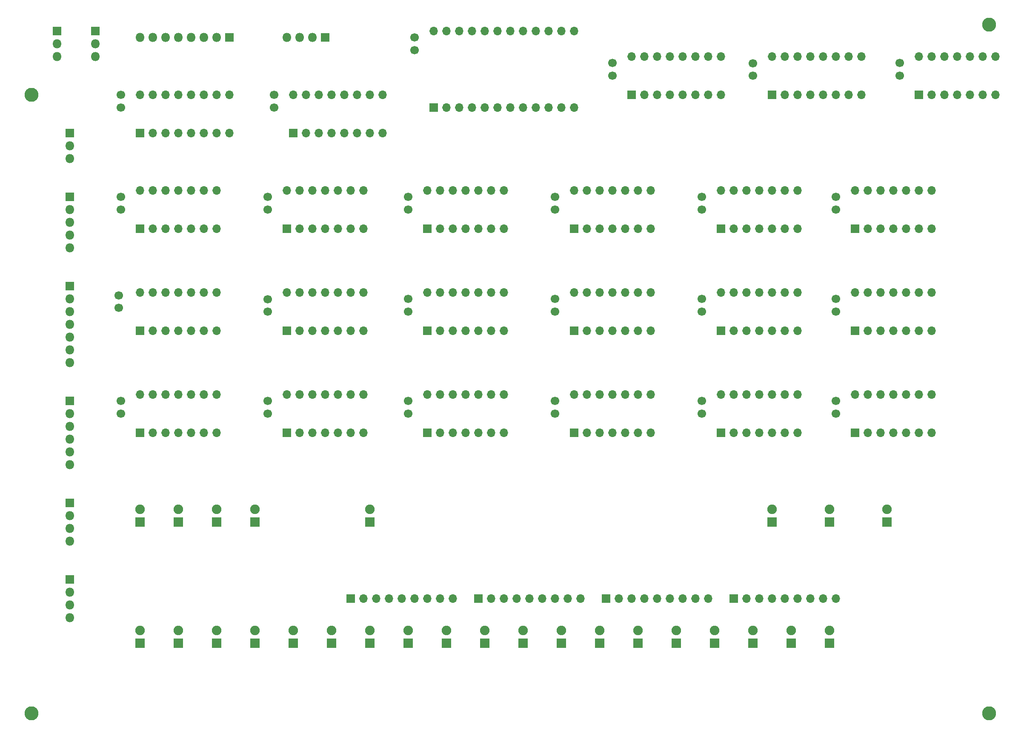
<source format=gbr>
%TF.GenerationSoftware,KiCad,Pcbnew,5.1.6-c6e7f7d~87~ubuntu16.04.1*%
%TF.CreationDate,2022-03-08T12:51:21-05:00*%
%TF.ProjectId,riscy_control,72697363-795f-4636-9f6e-74726f6c2e6b,rev?*%
%TF.SameCoordinates,Original*%
%TF.FileFunction,Soldermask,Bot*%
%TF.FilePolarity,Negative*%
%FSLAX46Y46*%
G04 Gerber Fmt 4.6, Leading zero omitted, Abs format (unit mm)*
G04 Created by KiCad (PCBNEW 5.1.6-c6e7f7d~87~ubuntu16.04.1) date 2022-03-08 12:51:21*
%MOMM*%
%LPD*%
G01*
G04 APERTURE LIST*
%ADD10O,1.800000X1.800000*%
%ADD11R,1.800000X1.800000*%
%ADD12O,1.700000X1.700000*%
%ADD13R,1.700000X1.700000*%
%ADD14C,2.800000*%
%ADD15C,1.900000*%
%ADD16R,1.900000X1.900000*%
%ADD17C,1.700000*%
G04 APERTURE END LIST*
D10*
%TO.C,J9*%
X11430000Y-106680000D03*
X11430000Y-104140000D03*
X11430000Y-101600000D03*
D11*
X11430000Y-99060000D03*
%TD*%
D12*
%TO.C,U2*%
X83820000Y-5080000D03*
X111760000Y-20320000D03*
X86360000Y-5080000D03*
X109220000Y-20320000D03*
X88900000Y-5080000D03*
X106680000Y-20320000D03*
X91440000Y-5080000D03*
X104140000Y-20320000D03*
X93980000Y-5080000D03*
X101600000Y-20320000D03*
X96520000Y-5080000D03*
X99060000Y-20320000D03*
X99060000Y-5080000D03*
X96520000Y-20320000D03*
X101600000Y-5080000D03*
X93980000Y-20320000D03*
X104140000Y-5080000D03*
X91440000Y-20320000D03*
X106680000Y-5080000D03*
X88900000Y-20320000D03*
X109220000Y-5080000D03*
X86360000Y-20320000D03*
X111760000Y-5080000D03*
D13*
X83820000Y-20320000D03*
%TD*%
D14*
%TO.C,REF4*%
X3810000Y-17780000D03*
%TD*%
%TO.C,REF3*%
X3810000Y-140970000D03*
%TD*%
%TO.C,REF2*%
X194310000Y-140970000D03*
%TD*%
%TO.C,REF1*%
X194310000Y-3810000D03*
%TD*%
D12*
%TO.C,U24*%
X55880000Y-17780000D03*
X73660000Y-25400000D03*
X58420000Y-17780000D03*
X71120000Y-25400000D03*
X60960000Y-17780000D03*
X68580000Y-25400000D03*
X63500000Y-17780000D03*
X66040000Y-25400000D03*
X66040000Y-17780000D03*
X63500000Y-25400000D03*
X68580000Y-17780000D03*
X60960000Y-25400000D03*
X71120000Y-17780000D03*
X58420000Y-25400000D03*
X73660000Y-17780000D03*
D13*
X55880000Y-25400000D03*
%TD*%
D12*
%TO.C,U23*%
X167640000Y-77470000D03*
X182880000Y-85090000D03*
X170180000Y-77470000D03*
X180340000Y-85090000D03*
X172720000Y-77470000D03*
X177800000Y-85090000D03*
X175260000Y-77470000D03*
X175260000Y-85090000D03*
X177800000Y-77470000D03*
X172720000Y-85090000D03*
X180340000Y-77470000D03*
X170180000Y-85090000D03*
X182880000Y-77470000D03*
D13*
X167640000Y-85090000D03*
%TD*%
D12*
%TO.C,U22*%
X140970000Y-77470000D03*
X156210000Y-85090000D03*
X143510000Y-77470000D03*
X153670000Y-85090000D03*
X146050000Y-77470000D03*
X151130000Y-85090000D03*
X148590000Y-77470000D03*
X148590000Y-85090000D03*
X151130000Y-77470000D03*
X146050000Y-85090000D03*
X153670000Y-77470000D03*
X143510000Y-85090000D03*
X156210000Y-77470000D03*
D13*
X140970000Y-85090000D03*
%TD*%
D12*
%TO.C,U21*%
X111760000Y-77470000D03*
X127000000Y-85090000D03*
X114300000Y-77470000D03*
X124460000Y-85090000D03*
X116840000Y-77470000D03*
X121920000Y-85090000D03*
X119380000Y-77470000D03*
X119380000Y-85090000D03*
X121920000Y-77470000D03*
X116840000Y-85090000D03*
X124460000Y-77470000D03*
X114300000Y-85090000D03*
X127000000Y-77470000D03*
D13*
X111760000Y-85090000D03*
%TD*%
D12*
%TO.C,U20*%
X82550000Y-77470000D03*
X97790000Y-85090000D03*
X85090000Y-77470000D03*
X95250000Y-85090000D03*
X87630000Y-77470000D03*
X92710000Y-85090000D03*
X90170000Y-77470000D03*
X90170000Y-85090000D03*
X92710000Y-77470000D03*
X87630000Y-85090000D03*
X95250000Y-77470000D03*
X85090000Y-85090000D03*
X97790000Y-77470000D03*
D13*
X82550000Y-85090000D03*
%TD*%
D12*
%TO.C,U19*%
X54610000Y-77470000D03*
X69850000Y-85090000D03*
X57150000Y-77470000D03*
X67310000Y-85090000D03*
X59690000Y-77470000D03*
X64770000Y-85090000D03*
X62230000Y-77470000D03*
X62230000Y-85090000D03*
X64770000Y-77470000D03*
X59690000Y-85090000D03*
X67310000Y-77470000D03*
X57150000Y-85090000D03*
X69850000Y-77470000D03*
D13*
X54610000Y-85090000D03*
%TD*%
D12*
%TO.C,U18*%
X25400000Y-77470000D03*
X40640000Y-85090000D03*
X27940000Y-77470000D03*
X38100000Y-85090000D03*
X30480000Y-77470000D03*
X35560000Y-85090000D03*
X33020000Y-77470000D03*
X33020000Y-85090000D03*
X35560000Y-77470000D03*
X30480000Y-85090000D03*
X38100000Y-77470000D03*
X27940000Y-85090000D03*
X40640000Y-77470000D03*
D13*
X25400000Y-85090000D03*
%TD*%
D12*
%TO.C,U17*%
X167640000Y-57150000D03*
X182880000Y-64770000D03*
X170180000Y-57150000D03*
X180340000Y-64770000D03*
X172720000Y-57150000D03*
X177800000Y-64770000D03*
X175260000Y-57150000D03*
X175260000Y-64770000D03*
X177800000Y-57150000D03*
X172720000Y-64770000D03*
X180340000Y-57150000D03*
X170180000Y-64770000D03*
X182880000Y-57150000D03*
D13*
X167640000Y-64770000D03*
%TD*%
D12*
%TO.C,U16*%
X140970000Y-57150000D03*
X156210000Y-64770000D03*
X143510000Y-57150000D03*
X153670000Y-64770000D03*
X146050000Y-57150000D03*
X151130000Y-64770000D03*
X148590000Y-57150000D03*
X148590000Y-64770000D03*
X151130000Y-57150000D03*
X146050000Y-64770000D03*
X153670000Y-57150000D03*
X143510000Y-64770000D03*
X156210000Y-57150000D03*
D13*
X140970000Y-64770000D03*
%TD*%
D12*
%TO.C,U15*%
X111760000Y-57150000D03*
X127000000Y-64770000D03*
X114300000Y-57150000D03*
X124460000Y-64770000D03*
X116840000Y-57150000D03*
X121920000Y-64770000D03*
X119380000Y-57150000D03*
X119380000Y-64770000D03*
X121920000Y-57150000D03*
X116840000Y-64770000D03*
X124460000Y-57150000D03*
X114300000Y-64770000D03*
X127000000Y-57150000D03*
D13*
X111760000Y-64770000D03*
%TD*%
D12*
%TO.C,U14*%
X82550000Y-57150000D03*
X97790000Y-64770000D03*
X85090000Y-57150000D03*
X95250000Y-64770000D03*
X87630000Y-57150000D03*
X92710000Y-64770000D03*
X90170000Y-57150000D03*
X90170000Y-64770000D03*
X92710000Y-57150000D03*
X87630000Y-64770000D03*
X95250000Y-57150000D03*
X85090000Y-64770000D03*
X97790000Y-57150000D03*
D13*
X82550000Y-64770000D03*
%TD*%
D12*
%TO.C,U13*%
X54610000Y-57150000D03*
X69850000Y-64770000D03*
X57150000Y-57150000D03*
X67310000Y-64770000D03*
X59690000Y-57150000D03*
X64770000Y-64770000D03*
X62230000Y-57150000D03*
X62230000Y-64770000D03*
X64770000Y-57150000D03*
X59690000Y-64770000D03*
X67310000Y-57150000D03*
X57150000Y-64770000D03*
X69850000Y-57150000D03*
D13*
X54610000Y-64770000D03*
%TD*%
D12*
%TO.C,U12*%
X25400000Y-57150000D03*
X40640000Y-64770000D03*
X27940000Y-57150000D03*
X38100000Y-64770000D03*
X30480000Y-57150000D03*
X35560000Y-64770000D03*
X33020000Y-57150000D03*
X33020000Y-64770000D03*
X35560000Y-57150000D03*
X30480000Y-64770000D03*
X38100000Y-57150000D03*
X27940000Y-64770000D03*
X40640000Y-57150000D03*
D13*
X25400000Y-64770000D03*
%TD*%
D12*
%TO.C,U11*%
X167640000Y-36830000D03*
X182880000Y-44450000D03*
X170180000Y-36830000D03*
X180340000Y-44450000D03*
X172720000Y-36830000D03*
X177800000Y-44450000D03*
X175260000Y-36830000D03*
X175260000Y-44450000D03*
X177800000Y-36830000D03*
X172720000Y-44450000D03*
X180340000Y-36830000D03*
X170180000Y-44450000D03*
X182880000Y-36830000D03*
D13*
X167640000Y-44450000D03*
%TD*%
%TO.C,U10*%
X54610000Y-44450000D03*
D12*
X69850000Y-36830000D03*
X57150000Y-44450000D03*
X67310000Y-36830000D03*
X59690000Y-44450000D03*
X64770000Y-36830000D03*
X62230000Y-44450000D03*
X62230000Y-36830000D03*
X64770000Y-44450000D03*
X59690000Y-36830000D03*
X67310000Y-44450000D03*
X57150000Y-36830000D03*
X69850000Y-44450000D03*
X54610000Y-36830000D03*
%TD*%
D13*
%TO.C,U9*%
X140970000Y-44450000D03*
D12*
X156210000Y-36830000D03*
X143510000Y-44450000D03*
X153670000Y-36830000D03*
X146050000Y-44450000D03*
X151130000Y-36830000D03*
X148590000Y-44450000D03*
X148590000Y-36830000D03*
X151130000Y-44450000D03*
X146050000Y-36830000D03*
X153670000Y-44450000D03*
X143510000Y-36830000D03*
X156210000Y-44450000D03*
X140970000Y-36830000D03*
%TD*%
D13*
%TO.C,U8*%
X111760000Y-44450000D03*
D12*
X127000000Y-36830000D03*
X114300000Y-44450000D03*
X124460000Y-36830000D03*
X116840000Y-44450000D03*
X121920000Y-36830000D03*
X119380000Y-44450000D03*
X119380000Y-36830000D03*
X121920000Y-44450000D03*
X116840000Y-36830000D03*
X124460000Y-44450000D03*
X114300000Y-36830000D03*
X127000000Y-44450000D03*
X111760000Y-36830000D03*
%TD*%
D13*
%TO.C,U7*%
X82550000Y-44450000D03*
D12*
X97790000Y-36830000D03*
X85090000Y-44450000D03*
X95250000Y-36830000D03*
X87630000Y-44450000D03*
X92710000Y-36830000D03*
X90170000Y-44450000D03*
X90170000Y-36830000D03*
X92710000Y-44450000D03*
X87630000Y-36830000D03*
X95250000Y-44450000D03*
X85090000Y-36830000D03*
X97790000Y-44450000D03*
X82550000Y-36830000D03*
%TD*%
%TO.C,U6*%
X25400000Y-36830000D03*
X40640000Y-44450000D03*
X27940000Y-36830000D03*
X38100000Y-44450000D03*
X30480000Y-36830000D03*
X35560000Y-44450000D03*
X33020000Y-36830000D03*
X33020000Y-44450000D03*
X35560000Y-36830000D03*
X30480000Y-44450000D03*
X38100000Y-36830000D03*
X27940000Y-44450000D03*
X40640000Y-36830000D03*
D13*
X25400000Y-44450000D03*
%TD*%
D12*
%TO.C,U5*%
X151130000Y-10160000D03*
X168910000Y-17780000D03*
X153670000Y-10160000D03*
X166370000Y-17780000D03*
X156210000Y-10160000D03*
X163830000Y-17780000D03*
X158750000Y-10160000D03*
X161290000Y-17780000D03*
X161290000Y-10160000D03*
X158750000Y-17780000D03*
X163830000Y-10160000D03*
X156210000Y-17780000D03*
X166370000Y-10160000D03*
X153670000Y-17780000D03*
X168910000Y-10160000D03*
D13*
X151130000Y-17780000D03*
%TD*%
D12*
%TO.C,U4*%
X180340000Y-10160000D03*
X195580000Y-17780000D03*
X182880000Y-10160000D03*
X193040000Y-17780000D03*
X185420000Y-10160000D03*
X190500000Y-17780000D03*
X187960000Y-10160000D03*
X187960000Y-17780000D03*
X190500000Y-10160000D03*
X185420000Y-17780000D03*
X193040000Y-10160000D03*
X182880000Y-17780000D03*
X195580000Y-10160000D03*
D13*
X180340000Y-17780000D03*
%TD*%
D12*
%TO.C,U3*%
X123190000Y-10160000D03*
X140970000Y-17780000D03*
X125730000Y-10160000D03*
X138430000Y-17780000D03*
X128270000Y-10160000D03*
X135890000Y-17780000D03*
X130810000Y-10160000D03*
X133350000Y-17780000D03*
X133350000Y-10160000D03*
X130810000Y-17780000D03*
X135890000Y-10160000D03*
X128270000Y-17780000D03*
X138430000Y-10160000D03*
X125730000Y-17780000D03*
X140970000Y-10160000D03*
D13*
X123190000Y-17780000D03*
%TD*%
D12*
%TO.C,U1*%
X25400000Y-17780000D03*
X43180000Y-25400000D03*
X27940000Y-17780000D03*
X40640000Y-25400000D03*
X30480000Y-17780000D03*
X38100000Y-25400000D03*
X33020000Y-17780000D03*
X35560000Y-25400000D03*
X35560000Y-17780000D03*
X33020000Y-25400000D03*
X38100000Y-17780000D03*
X30480000Y-25400000D03*
X40640000Y-17780000D03*
X27940000Y-25400000D03*
X43180000Y-17780000D03*
D13*
X25400000Y-25400000D03*
%TD*%
D12*
%TO.C,RN4*%
X163830000Y-118110000D03*
X161290000Y-118110000D03*
X158750000Y-118110000D03*
X156210000Y-118110000D03*
X153670000Y-118110000D03*
X151130000Y-118110000D03*
X148590000Y-118110000D03*
X146050000Y-118110000D03*
D13*
X143510000Y-118110000D03*
%TD*%
D12*
%TO.C,RN3*%
X138430000Y-118110000D03*
X135890000Y-118110000D03*
X133350000Y-118110000D03*
X130810000Y-118110000D03*
X128270000Y-118110000D03*
X125730000Y-118110000D03*
X123190000Y-118110000D03*
X120650000Y-118110000D03*
D13*
X118110000Y-118110000D03*
%TD*%
D12*
%TO.C,RN2*%
X113030000Y-118110000D03*
X110490000Y-118110000D03*
X107950000Y-118110000D03*
X105410000Y-118110000D03*
X102870000Y-118110000D03*
X100330000Y-118110000D03*
X97790000Y-118110000D03*
X95250000Y-118110000D03*
D13*
X92710000Y-118110000D03*
%TD*%
D12*
%TO.C,RN1*%
X87630000Y-118110000D03*
X85090000Y-118110000D03*
X82550000Y-118110000D03*
X80010000Y-118110000D03*
X77470000Y-118110000D03*
X74930000Y-118110000D03*
X72390000Y-118110000D03*
X69850000Y-118110000D03*
D13*
X67310000Y-118110000D03*
%TD*%
D10*
%TO.C,J10*%
X11430000Y-121920000D03*
X11430000Y-119380000D03*
X11430000Y-116840000D03*
D11*
X11430000Y-114300000D03*
%TD*%
D10*
%TO.C,J8*%
X11430000Y-91440000D03*
X11430000Y-88900000D03*
X11430000Y-86360000D03*
X11430000Y-83820000D03*
X11430000Y-81280000D03*
D11*
X11430000Y-78740000D03*
%TD*%
D10*
%TO.C,J7*%
X11430000Y-71120000D03*
X11430000Y-68580000D03*
X11430000Y-66040000D03*
X11430000Y-63500000D03*
X11430000Y-60960000D03*
X11430000Y-58420000D03*
D11*
X11430000Y-55880000D03*
%TD*%
D10*
%TO.C,J6*%
X11430000Y-48260000D03*
X11430000Y-45720000D03*
X11430000Y-43180000D03*
X11430000Y-40640000D03*
D11*
X11430000Y-38100000D03*
%TD*%
D10*
%TO.C,J5*%
X11430000Y-30480000D03*
X11430000Y-27940000D03*
D11*
X11430000Y-25400000D03*
%TD*%
D10*
%TO.C,J4*%
X54610000Y-6350000D03*
X57150000Y-6350000D03*
X59690000Y-6350000D03*
D11*
X62230000Y-6350000D03*
%TD*%
D10*
%TO.C,J3*%
X25400000Y-6350000D03*
X27940000Y-6350000D03*
X30480000Y-6350000D03*
X33020000Y-6350000D03*
X35560000Y-6350000D03*
X38100000Y-6350000D03*
X40640000Y-6350000D03*
D11*
X43180000Y-6350000D03*
%TD*%
D10*
%TO.C,J2*%
X16510000Y-10160000D03*
X16510000Y-7620000D03*
D11*
X16510000Y-5080000D03*
%TD*%
D10*
%TO.C,J1*%
X8890000Y-10160000D03*
X8890000Y-7620000D03*
D11*
X8890000Y-5080000D03*
%TD*%
D15*
%TO.C,D27*%
X71120000Y-100330000D03*
D16*
X71120000Y-102870000D03*
%TD*%
D15*
%TO.C,D26*%
X173990000Y-100330000D03*
D16*
X173990000Y-102870000D03*
%TD*%
D15*
%TO.C,D25*%
X162560000Y-100330000D03*
D16*
X162560000Y-102870000D03*
%TD*%
D15*
%TO.C,D24*%
X151130000Y-100330000D03*
D16*
X151130000Y-102870000D03*
%TD*%
D15*
%TO.C,D23*%
X162560000Y-124460000D03*
D16*
X162560000Y-127000000D03*
%TD*%
D15*
%TO.C,D22*%
X154940000Y-124460000D03*
D16*
X154940000Y-127000000D03*
%TD*%
D15*
%TO.C,D21*%
X147320000Y-124460000D03*
D16*
X147320000Y-127000000D03*
%TD*%
D15*
%TO.C,D20*%
X139700000Y-124460000D03*
D16*
X139700000Y-127000000D03*
%TD*%
D15*
%TO.C,D19*%
X132080000Y-124460000D03*
D16*
X132080000Y-127000000D03*
%TD*%
D15*
%TO.C,D18*%
X124460000Y-124460000D03*
D16*
X124460000Y-127000000D03*
%TD*%
D15*
%TO.C,D17*%
X116840000Y-124460000D03*
D16*
X116840000Y-127000000D03*
%TD*%
D15*
%TO.C,D16*%
X109220000Y-124460000D03*
D16*
X109220000Y-127000000D03*
%TD*%
D15*
%TO.C,D15*%
X101600000Y-124460000D03*
D16*
X101600000Y-127000000D03*
%TD*%
D15*
%TO.C,D14*%
X93980000Y-124460000D03*
D16*
X93980000Y-127000000D03*
%TD*%
D15*
%TO.C,D13*%
X86360000Y-124460000D03*
D16*
X86360000Y-127000000D03*
%TD*%
D15*
%TO.C,D12*%
X78740000Y-124460000D03*
D16*
X78740000Y-127000000D03*
%TD*%
D15*
%TO.C,D11*%
X71120000Y-124460000D03*
D16*
X71120000Y-127000000D03*
%TD*%
D15*
%TO.C,D10*%
X63500000Y-124460000D03*
D16*
X63500000Y-127000000D03*
%TD*%
D15*
%TO.C,D9*%
X55880000Y-124460000D03*
D16*
X55880000Y-127000000D03*
%TD*%
D15*
%TO.C,D8*%
X48260000Y-124460000D03*
D16*
X48260000Y-127000000D03*
%TD*%
D15*
%TO.C,D7*%
X40640000Y-124460000D03*
D16*
X40640000Y-127000000D03*
%TD*%
D15*
%TO.C,D6*%
X33020000Y-124460000D03*
D16*
X33020000Y-127000000D03*
%TD*%
D15*
%TO.C,D5*%
X25400000Y-124460000D03*
D16*
X25400000Y-127000000D03*
%TD*%
D15*
%TO.C,D4*%
X48260000Y-100330000D03*
D16*
X48260000Y-102870000D03*
%TD*%
D15*
%TO.C,D3*%
X40640000Y-100330000D03*
D16*
X40640000Y-102870000D03*
%TD*%
D15*
%TO.C,D2*%
X33020000Y-100330000D03*
D16*
X33020000Y-102870000D03*
%TD*%
D15*
%TO.C,D1*%
X25400000Y-100330000D03*
D16*
X25400000Y-102870000D03*
%TD*%
D17*
%TO.C,C24*%
X52070000Y-20280000D03*
X52070000Y-17780000D03*
%TD*%
%TO.C,C23*%
X163830000Y-81240000D03*
X163830000Y-78740000D03*
%TD*%
%TO.C,C22*%
X137160000Y-81240000D03*
X137160000Y-78740000D03*
%TD*%
%TO.C,C21*%
X107950000Y-81240000D03*
X107950000Y-78740000D03*
%TD*%
%TO.C,C20*%
X78740000Y-81240000D03*
X78740000Y-78740000D03*
%TD*%
%TO.C,C19*%
X50800000Y-81240000D03*
X50800000Y-78740000D03*
%TD*%
%TO.C,C18*%
X21590000Y-81240000D03*
X21590000Y-78740000D03*
%TD*%
%TO.C,C17*%
X163830000Y-60920000D03*
X163830000Y-58420000D03*
%TD*%
%TO.C,C16*%
X137160000Y-60920000D03*
X137160000Y-58420000D03*
%TD*%
%TO.C,C15*%
X107950000Y-60920000D03*
X107950000Y-58420000D03*
%TD*%
%TO.C,C14*%
X78740000Y-60920000D03*
X78740000Y-58420000D03*
%TD*%
%TO.C,C13*%
X50800000Y-60960000D03*
X50800000Y-58460000D03*
%TD*%
%TO.C,C12*%
X21220000Y-60190000D03*
X21220000Y-57690000D03*
%TD*%
%TO.C,C11*%
X163830000Y-40600000D03*
X163830000Y-38100000D03*
%TD*%
%TO.C,C10*%
X50800000Y-38100000D03*
X50800000Y-40600000D03*
%TD*%
%TO.C,C9*%
X137160000Y-38100000D03*
X137160000Y-40600000D03*
%TD*%
%TO.C,C8*%
X107950000Y-38100000D03*
X107950000Y-40600000D03*
%TD*%
%TO.C,C7*%
X78740000Y-38100000D03*
X78740000Y-40600000D03*
%TD*%
%TO.C,C6*%
X21590000Y-40600000D03*
X21590000Y-38100000D03*
%TD*%
%TO.C,C5*%
X147320000Y-13970000D03*
X147320000Y-11470000D03*
%TD*%
%TO.C,C4*%
X176530000Y-13930000D03*
X176530000Y-11430000D03*
%TD*%
%TO.C,C3*%
X119380000Y-13930000D03*
X119380000Y-11430000D03*
%TD*%
%TO.C,C2*%
X80010000Y-8850000D03*
X80010000Y-6350000D03*
%TD*%
%TO.C,C1*%
X21590000Y-20280000D03*
X21590000Y-17780000D03*
%TD*%
M02*

</source>
